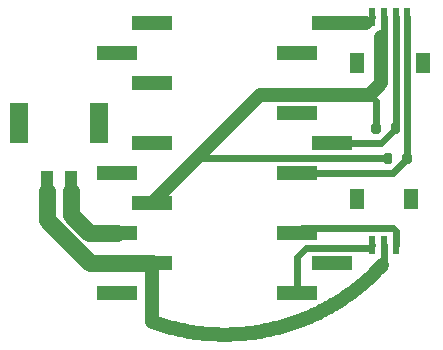
<source format=gbr>
%TF.GenerationSoftware,KiCad,Pcbnew,5.1.9-1.fc32*%
%TF.CreationDate,2021-02-16T11:33:07-08:00*%
%TF.ProjectId,tinypico-io,74696e79-7069-4636-9f2d-696f2e6b6963,1.0.0*%
%TF.SameCoordinates,Original*%
%TF.FileFunction,Copper,L1,Top*%
%TF.FilePolarity,Positive*%
%FSLAX46Y46*%
G04 Gerber Fmt 4.6, Leading zero omitted, Abs format (unit mm)*
G04 Created by KiCad (PCBNEW 5.1.9-1.fc32) date 2021-02-16 11:33:07*
%MOMM*%
%LPD*%
G01*
G04 APERTURE LIST*
%TA.AperFunction,SMDPad,CuDef*%
%ADD10R,3.429991X1.270000*%
%TD*%
%TA.AperFunction,SMDPad,CuDef*%
%ADD11R,0.600000X1.550000*%
%TD*%
%TA.AperFunction,SMDPad,CuDef*%
%ADD12R,1.200000X1.800000*%
%TD*%
%TA.AperFunction,SMDPad,CuDef*%
%ADD13R,1.500000X3.400000*%
%TD*%
%TA.AperFunction,SMDPad,CuDef*%
%ADD14R,1.000000X3.500000*%
%TD*%
%TA.AperFunction,Conductor*%
%ADD15C,1.400000*%
%TD*%
%TA.AperFunction,Conductor*%
%ADD16C,1.200000*%
%TD*%
%TA.AperFunction,Conductor*%
%ADD17C,0.600000*%
%TD*%
G04 APERTURE END LIST*
D10*
%TO.P,U1,3*%
%TO.N,+5V*%
X140920010Y-99525000D03*
%TO.P,U1,10*%
%TO.N,N/C*%
X143839990Y-81745000D03*
%TO.P,U1,4*%
%TO.N,/3V3*%
X143839990Y-96985000D03*
%TO.P,U1,6*%
%TO.N,N/C*%
X143839990Y-91905000D03*
%TO.P,U1,8*%
X143839990Y-86825000D03*
%TO.P,U1,9*%
X140920010Y-84285000D03*
%TO.P,U1,5*%
X140920010Y-94445000D03*
%TO.P,U1,2*%
%TO.N,GND*%
X143839990Y-102065000D03*
%TO.P,U1,1*%
%TO.N,N/C*%
X140920010Y-104605000D03*
%TO.P,U1,11*%
%TO.N,GND1*%
X159079990Y-81745000D03*
%TO.P,U1,12*%
%TO.N,N/C*%
X156160010Y-84285000D03*
%TO.P,U1,14*%
X156160010Y-89365000D03*
%TO.P,U1,15*%
%TO.N,SDA*%
X159079990Y-91905000D03*
%TO.P,U1,16*%
%TO.N,SCL*%
X156160010Y-94445000D03*
%TO.P,U1,18*%
%TO.N,SCK*%
X156160010Y-99525000D03*
%TO.P,U1,19*%
%TO.N,N/C*%
X159079990Y-102065000D03*
%TO.P,U1,20*%
%TO.N,MOSI*%
X156160010Y-104605000D03*
%TD*%
%TO.P,R2,2*%
%TO.N,SCL*%
%TA.AperFunction,SMDPad,CuDef*%
G36*
G01*
X165085000Y-93485000D02*
X165085000Y-92935000D01*
G75*
G02*
X165285000Y-92735000I200000J0D01*
G01*
X165685000Y-92735000D01*
G75*
G02*
X165885000Y-92935000I0J-200000D01*
G01*
X165885000Y-93485000D01*
G75*
G02*
X165685000Y-93685000I-200000J0D01*
G01*
X165285000Y-93685000D01*
G75*
G02*
X165085000Y-93485000I0J200000D01*
G01*
G37*
%TD.AperFunction*%
%TO.P,R2,1*%
%TO.N,/3V3*%
%TA.AperFunction,SMDPad,CuDef*%
G36*
G01*
X163435000Y-93485000D02*
X163435000Y-92935000D01*
G75*
G02*
X163635000Y-92735000I200000J0D01*
G01*
X164035000Y-92735000D01*
G75*
G02*
X164235000Y-92935000I0J-200000D01*
G01*
X164235000Y-93485000D01*
G75*
G02*
X164035000Y-93685000I-200000J0D01*
G01*
X163635000Y-93685000D01*
G75*
G02*
X163435000Y-93485000I0J200000D01*
G01*
G37*
%TD.AperFunction*%
%TD*%
%TO.P,R1,2*%
%TO.N,SDA*%
%TA.AperFunction,SMDPad,CuDef*%
G36*
G01*
X164105000Y-90935000D02*
X164105000Y-90385000D01*
G75*
G02*
X164305000Y-90185000I200000J0D01*
G01*
X164705000Y-90185000D01*
G75*
G02*
X164905000Y-90385000I0J-200000D01*
G01*
X164905000Y-90935000D01*
G75*
G02*
X164705000Y-91135000I-200000J0D01*
G01*
X164305000Y-91135000D01*
G75*
G02*
X164105000Y-90935000I0J200000D01*
G01*
G37*
%TD.AperFunction*%
%TO.P,R1,1*%
%TO.N,/3V3*%
%TA.AperFunction,SMDPad,CuDef*%
G36*
G01*
X162455000Y-90935000D02*
X162455000Y-90385000D01*
G75*
G02*
X162655000Y-90185000I200000J0D01*
G01*
X163055000Y-90185000D01*
G75*
G02*
X163255000Y-90385000I0J-200000D01*
G01*
X163255000Y-90935000D01*
G75*
G02*
X163055000Y-91135000I-200000J0D01*
G01*
X162655000Y-91135000D01*
G75*
G02*
X162455000Y-90935000I0J200000D01*
G01*
G37*
%TD.AperFunction*%
%TD*%
D11*
%TO.P,J3,4*%
%TO.N,SCL*%
X165500000Y-81250000D03*
%TO.P,J3,3*%
%TO.N,SDA*%
X164500000Y-81250000D03*
%TO.P,J3,2*%
%TO.N,/3V3*%
X163500000Y-81250000D03*
%TO.P,J3,1*%
%TO.N,GND1*%
X162500000Y-81250000D03*
D12*
%TO.P,J3,S1*%
%TO.N,N/C*%
X161200000Y-85125000D03*
%TO.P,J3,S2*%
X166800000Y-85125000D03*
%TD*%
%TO.P,J2,S2*%
%TO.N,N/C*%
X161200000Y-96625000D03*
%TO.P,J2,S1*%
X165800000Y-96625000D03*
D11*
%TO.P,J2,3*%
%TO.N,MOSI*%
X162500000Y-100500000D03*
%TO.P,J2,1*%
%TO.N,SCK*%
X164500000Y-100500000D03*
%TO.P,J2,2*%
%TO.N,GND*%
X163500000Y-100500000D03*
%TD*%
D13*
%TO.P,J1,S1*%
%TO.N,N/C*%
X139350000Y-90250000D03*
%TO.P,J1,S2*%
X132650000Y-90250000D03*
D14*
%TO.P,J1,1*%
%TO.N,+5V*%
X137000000Y-96000000D03*
%TO.P,J1,2*%
%TO.N,GND*%
X135000000Y-96000000D03*
%TD*%
D15*
%TO.N,GND*%
X135000000Y-98404176D02*
X135000000Y-96000000D01*
X138660824Y-102065000D02*
X135000000Y-98404176D01*
X143839990Y-102065000D02*
X138660824Y-102065000D01*
D16*
X163380677Y-102225539D02*
X163380677Y-102199323D01*
D17*
X163500000Y-102106216D02*
X163380677Y-102225539D01*
X163500000Y-100500000D02*
X163500000Y-102106216D01*
D16*
X163046120Y-102582255D02*
X163226886Y-102392088D01*
X162862566Y-102769839D02*
X163046120Y-102582255D01*
X162296000Y-103316259D02*
X162487531Y-103136816D01*
X161905364Y-103666626D02*
X162101950Y-103492857D01*
X161706192Y-103837611D02*
X161905364Y-103666626D01*
X161504700Y-104005581D02*
X161706192Y-103837611D01*
X161300733Y-104170667D02*
X161504700Y-104005581D01*
X161094388Y-104332791D02*
X161300733Y-104170667D01*
X160885710Y-104491919D02*
X161094388Y-104332791D01*
X160674806Y-104647966D02*
X160885710Y-104491919D01*
X160461639Y-104800963D02*
X160674806Y-104647966D01*
X159809129Y-105241240D02*
X160028690Y-105097675D01*
X159587474Y-105381637D02*
X159809129Y-105241240D01*
X159363759Y-105518841D02*
X159587474Y-105381637D01*
X159138142Y-105652755D02*
X159363759Y-105518841D01*
X158910557Y-105783420D02*
X159138142Y-105652755D01*
X158449858Y-106034784D02*
X158681118Y-105910769D01*
X148558366Y-108067542D02*
X148820043Y-108086516D01*
X148296919Y-108044774D02*
X148558366Y-108067542D01*
X148035835Y-108018225D02*
X148296919Y-108044774D01*
X150917946Y-108101707D02*
X151179942Y-108086519D01*
X153776912Y-107727079D02*
X154033186Y-107670535D01*
X147775274Y-107987911D02*
X148035835Y-108018225D01*
X150655865Y-108113096D02*
X150917946Y-108101707D01*
X153519898Y-107779896D02*
X153776912Y-107727079D01*
X147515052Y-107953813D02*
X147775274Y-107987911D01*
X149868847Y-108124490D02*
X150131189Y-108124490D01*
X147255402Y-107915958D02*
X147515052Y-107953813D01*
X162676363Y-102954699D02*
X162862566Y-102769839D01*
X152744579Y-107915961D02*
X153003677Y-107874348D01*
X162101950Y-103492857D02*
X162296000Y-103316259D01*
X149606478Y-108120692D02*
X149868847Y-108124490D01*
X146996328Y-107874348D02*
X147255402Y-107915958D01*
X162487531Y-103136816D02*
X162676363Y-102954699D01*
X152484938Y-107953815D02*
X152744579Y-107915961D01*
X149344137Y-108113094D02*
X149606478Y-108120692D01*
X146737854Y-107828987D02*
X146996328Y-107874348D01*
X150393558Y-108120693D02*
X150655865Y-108113096D01*
X154796592Y-107478762D02*
X155049108Y-107407496D01*
X143839990Y-102065000D02*
X143839990Y-107045574D01*
X157268059Y-106603907D02*
X157507601Y-106496979D01*
X143951846Y-107086082D02*
X144199862Y-107171859D01*
X144199862Y-107171859D02*
X144449010Y-107254010D01*
X160028690Y-105097675D02*
X160246266Y-104950867D01*
X156294862Y-106996738D02*
X156540325Y-106903802D01*
X143839990Y-107045574D02*
X143951846Y-107086082D01*
X144950869Y-107407488D02*
X145203419Y-107478764D01*
X160246266Y-104950867D02*
X160461639Y-104800963D01*
X156540325Y-106903802D02*
X156784322Y-106807361D01*
X155049108Y-107407496D02*
X155300558Y-107332584D01*
X145203419Y-107478764D02*
X145456951Y-107546370D01*
X145966818Y-107670535D02*
X146223083Y-107727077D01*
X154543042Y-107546372D02*
X154796592Y-107478762D01*
X150131189Y-108124490D02*
X150393558Y-108120693D01*
X152224717Y-107987913D02*
X152484938Y-107953815D01*
X158681118Y-105910769D02*
X158910557Y-105783420D01*
X149082051Y-108101705D02*
X149344137Y-108113094D01*
X146480125Y-107779900D02*
X146737854Y-107828987D01*
X144699450Y-107332586D02*
X144950869Y-107407488D01*
X156784322Y-106807361D02*
X157026897Y-106707397D01*
X148820043Y-108086516D02*
X149082051Y-108101705D01*
X144449010Y-107254010D02*
X144699450Y-107332586D01*
X146223083Y-107727077D02*
X146480125Y-107779900D01*
X145711458Y-107610303D02*
X145966818Y-107670535D01*
X154288512Y-107610311D02*
X154543042Y-107546372D01*
X151441605Y-108067545D02*
X151703088Y-108044774D01*
X151179942Y-108086519D02*
X151441605Y-108067545D01*
X151703088Y-108044774D02*
X151964161Y-108018226D01*
X151964161Y-108018226D02*
X152224717Y-107987913D01*
X153003677Y-107874348D02*
X153262126Y-107828991D01*
X153262126Y-107828991D02*
X153519898Y-107779896D01*
X145456951Y-107546370D02*
X145711458Y-107610303D01*
X154033186Y-107670535D02*
X154288512Y-107610311D01*
X155300558Y-107332584D02*
X155551022Y-107254001D01*
X155551022Y-107254001D02*
X155800134Y-107171862D01*
X155800134Y-107171862D02*
X156048146Y-107086086D01*
X163226886Y-102392088D02*
X163380677Y-102225539D01*
X156048146Y-107086086D02*
X156294862Y-106996738D01*
X157026897Y-106707397D02*
X157268059Y-106603907D01*
X157507601Y-106496979D02*
X157745736Y-106386518D01*
X157745736Y-106386518D02*
X157982120Y-106272681D01*
X157982120Y-106272681D02*
X158216866Y-106155418D01*
X158216866Y-106155418D02*
X158449858Y-106034784D01*
D15*
%TO.N,+5V*%
X140920010Y-99525000D02*
X138525000Y-99525000D01*
X137000000Y-98000000D02*
X137000000Y-96000000D01*
X138525000Y-99525000D02*
X137000000Y-98000000D01*
D17*
%TO.N,MOSI*%
X156160010Y-101554983D02*
X156160010Y-104605000D01*
X156954992Y-100760001D02*
X156160010Y-101554983D01*
X162239999Y-100760001D02*
X156954992Y-100760001D01*
X162500000Y-100500000D02*
X162239999Y-100760001D01*
%TO.N,SCK*%
X156560011Y-99124999D02*
X156160010Y-99525000D01*
X164280001Y-99124999D02*
X156560011Y-99124999D01*
X164500000Y-99344998D02*
X164280001Y-99124999D01*
X164500000Y-100500000D02*
X164500000Y-99344998D01*
%TO.N,SCL*%
X156265020Y-94550010D02*
X156160010Y-94445000D01*
X165505010Y-93189990D02*
X165485000Y-93210000D01*
X165505010Y-86410012D02*
X165505010Y-93189990D01*
X165500000Y-86405002D02*
X165505010Y-86410012D01*
X165500000Y-81250000D02*
X165500000Y-86405002D01*
X164250000Y-94445000D02*
X165485000Y-93210000D01*
X156160010Y-94445000D02*
X164250000Y-94445000D01*
%TO.N,SDA*%
X164500000Y-90655000D02*
X164505000Y-90660000D01*
X164500000Y-81250000D02*
X164500000Y-90655000D01*
X163260000Y-91905000D02*
X164505000Y-90660000D01*
X159079990Y-91905000D02*
X163260000Y-91905000D01*
%TO.N,/3V3*%
X147614991Y-93209999D02*
X143839990Y-96985000D01*
X163765001Y-93140001D02*
X163835000Y-93210000D01*
X147684989Y-93140001D02*
X163765001Y-93140001D01*
X143839990Y-96985000D02*
X147684989Y-93140001D01*
D16*
X163299990Y-86860010D02*
X163299990Y-82925001D01*
X162330001Y-87829999D02*
X163299990Y-86860010D01*
X152994991Y-87829999D02*
X162330001Y-87829999D01*
X143839990Y-96985000D02*
X152994991Y-87829999D01*
D17*
X163500000Y-82724991D02*
X163299990Y-82925001D01*
X163500000Y-81250000D02*
X163500000Y-82724991D01*
X162855000Y-88354998D02*
X162330001Y-87829999D01*
X162855000Y-90660000D02*
X162855000Y-88354998D01*
%TO.N,GND1*%
X162005000Y-81745000D02*
X162500000Y-81250000D01*
D16*
X159079990Y-81745000D02*
X162005000Y-81745000D01*
%TD*%
M02*

</source>
